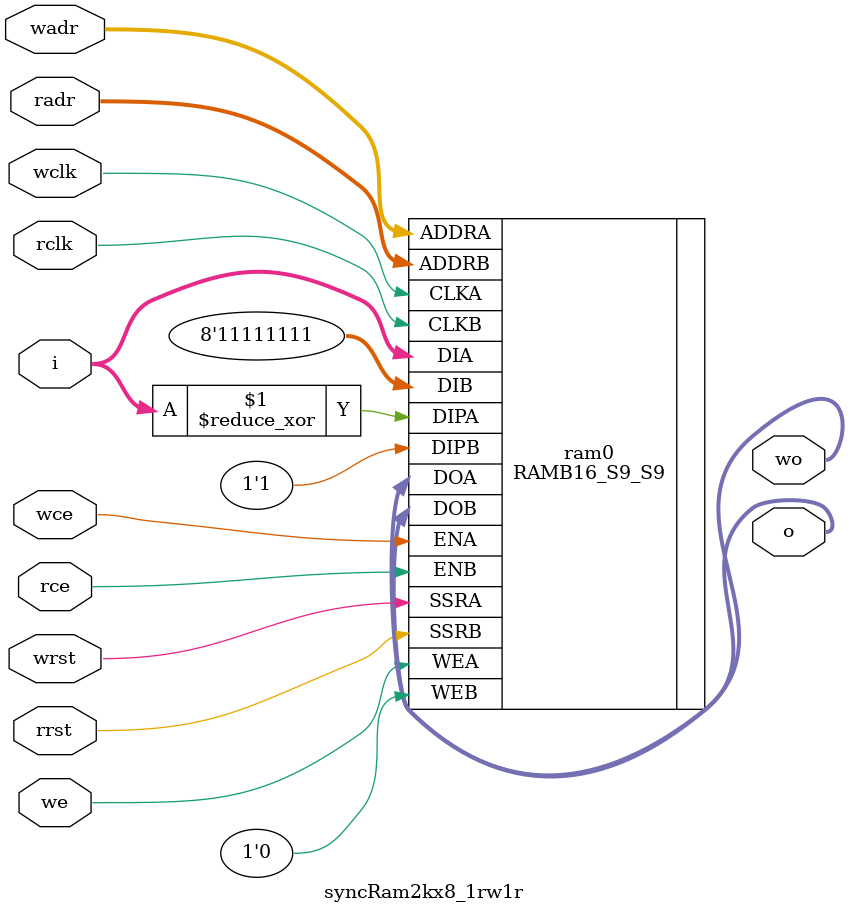
<source format=v>
`define SYNTHESIS
`define VENDOR_XILINX
`define SPARTAN3

module syncRam2kx8_1rw1r(
	input wrst,
	input wclk,
	input wce,
	input we,
	input [10:0] wadr,
	input [7:0] i,
	output [7:0] wo,
	input rrst,
	input rclk,
	input rce,
	input [10:0] radr,
	output [7:0] o
);

`ifdef SYNTHESIS
`ifdef VENDOR_XILINX

`ifdef SPARTAN3
	RAMB16_S9_S9 ram0(
		.CLKA(wclk), .ADDRA(wadr), .DIA(i), .DIPA(^i), .DOA(wo), .ENA(wce), .WEA(we), .SSRA(wrst),
		.CLKB(rclk), .ADDRB(radr), .DIB(8'hFF), .DIPB(1'b1), .DOB(o), .ENB(rce), .WEB(1'b0), .SSRB(rrst)  );
`endif

`ifdef SPARTAN2
	RAMB4_S2_S2 ram0(
		.CLKA(wclk), .ADDRA(wadr), .DIA(i[1:0]), .DOA(wo[1:0]), .ENA(wce), .WEA(we), .RSTA(wrst),
		.CLKB(rclk), .ADDRB(radr), .DIB(2'b11), .DOB(o[1:0]), .ENB(rce), .WEB(1'b0), .RSTB(rrst)  );
	RAMB4_S2_S2 ram1(
		.CLKA(wclk), .ADDRA(wadr), .DIA(i[3:2]), .DOA(wo[3:2]), .ENA(wce), .WEA(we), .RSTA(wrst),
		.CLKB(rclk), .ADDRB(radr), .DIB(2'b11), .DOB(o[3:2]), .ENB(rce), .WEB(1'b0), .RSTB(rrst)  );
	RAMB4_S2_S2 ram2(
		.CLKA(wclk), .ADDRA(wadr), .DIA(i[5:4]), .DOA(wo[5:4]), .ENA(wce), .WEA(we), .RSTA(wrst),
		.CLKB(rclk), .ADDRB(radr), .DIB(2'b11), .DOB(o[5:4]), .ENB(rce), .WEB(1'b0), .RSTB(rrst)  );
	RAMB4_S2_S2 ram3(
		.CLKA(wclk), .ADDRA(wadr), .DIA(i[7:6]), .DOA(wo[5:4]), .ENA(wce), .WEA(we), .RSTA(wrst),
		.CLKB(rclk), .ADDRB(radr), .DIB(2'b11), .DOB(o[5:4]), .ENB(rce), .WEB(1'b0), .RSTB(rrst)  );
`endif

`endif

`ifdef VENDOR_ALTERA
`endif

`else

	reg [7:0] mem [2047:0];
	reg [10:0] rradr;
	reg [10:0] rwadr;

	// register read addresses
	always @(posedge rclk)
		if (rce) rradr <= radr;

	assign o = mem[rradr];

	// write side
	always @(posedge wclk)
		if (wce) rwadr <= wadr;

	always @(posedge wclk)
		if (wce) mem[wadr] <= i;

	assign wo = mem[rwadr];

`endif

endmodule

</source>
